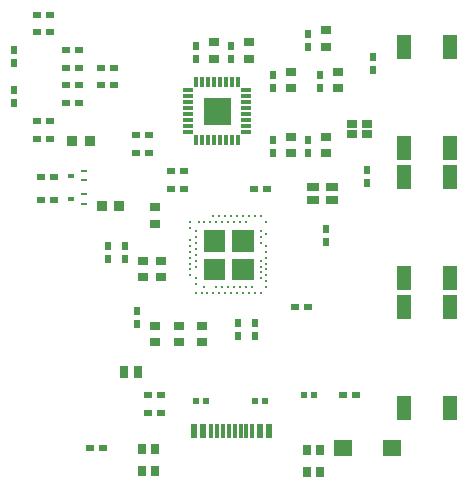
<source format=gbr>
%TF.GenerationSoftware,KiCad,Pcbnew,9.0.3*%
%TF.CreationDate,2025-07-18T22:25:21-07:00*%
%TF.ProjectId,kikard,6b696b61-7264-42e6-9b69-6361645f7063,rev?*%
%TF.SameCoordinates,Original*%
%TF.FileFunction,Paste,Top*%
%TF.FilePolarity,Positive*%
%FSLAX46Y46*%
G04 Gerber Fmt 4.6, Leading zero omitted, Abs format (unit mm)*
G04 Created by KiCad (PCBNEW 9.0.3) date 2025-07-18 22:25:21*
%MOMM*%
%LPD*%
G01*
G04 APERTURE LIST*
G04 Aperture macros list*
%AMRoundRect*
0 Rectangle with rounded corners*
0 $1 Rounding radius*
0 $2 $3 $4 $5 $6 $7 $8 $9 X,Y pos of 4 corners*
0 Add a 4 corners polygon primitive as box body*
4,1,4,$2,$3,$4,$5,$6,$7,$8,$9,$2,$3,0*
0 Add four circle primitives for the rounded corners*
1,1,$1+$1,$2,$3*
1,1,$1+$1,$4,$5*
1,1,$1+$1,$6,$7*
1,1,$1+$1,$8,$9*
0 Add four rect primitives between the rounded corners*
20,1,$1+$1,$2,$3,$4,$5,0*
20,1,$1+$1,$4,$5,$6,$7,0*
20,1,$1+$1,$6,$7,$8,$9,0*
20,1,$1+$1,$8,$9,$2,$3,0*%
G04 Aperture macros list end*
%ADD10C,0.010000*%
%ADD11R,0.540000X0.790000*%
%ADD12R,0.790000X0.540000*%
%ADD13R,0.900000X0.800000*%
%ADD14R,0.810000X0.860000*%
%ADD15R,0.490000X0.290000*%
%ADD16R,0.490000X0.430000*%
%ADD17R,1.100000X0.800000*%
%ADD18R,0.570000X0.540000*%
%ADD19RoundRect,0.032500X0.387500X0.097500X-0.387500X0.097500X-0.387500X-0.097500X0.387500X-0.097500X0*%
%ADD20RoundRect,0.032500X0.097500X0.387500X-0.097500X0.387500X-0.097500X-0.387500X0.097500X-0.387500X0*%
%ADD21R,0.700000X0.900000*%
%ADD22R,0.860000X0.800000*%
%ADD23R,1.530000X1.360000*%
%ADD24R,1.200000X2.000000*%
%ADD25R,0.800000X1.000000*%
%ADD26R,0.850000X0.700000*%
%ADD27R,0.600000X1.150000*%
%ADD28R,0.300000X1.150000*%
%ADD29C,0.275000*%
G04 APERTURE END LIST*
D10*
%TO.C,U2*%
X219860000Y-116545000D02*
X217640000Y-116545000D01*
X217640000Y-114325000D01*
X219860000Y-114325000D01*
X219860000Y-116545000D01*
G36*
X219860000Y-116545000D02*
G01*
X217640000Y-116545000D01*
X217640000Y-114325000D01*
X219860000Y-114325000D01*
X219860000Y-116545000D01*
G37*
%TO.C,U1*%
X219345000Y-127245000D02*
X217625000Y-127245000D01*
X217625000Y-125525000D01*
X219345000Y-125525000D01*
X219345000Y-127245000D01*
G36*
X219345000Y-127245000D02*
G01*
X217625000Y-127245000D01*
X217625000Y-125525000D01*
X219345000Y-125525000D01*
X219345000Y-127245000D01*
G37*
X219345000Y-129675000D02*
X217625000Y-129675000D01*
X217625000Y-127955000D01*
X219345000Y-127955000D01*
X219345000Y-129675000D01*
G36*
X219345000Y-129675000D02*
G01*
X217625000Y-129675000D01*
X217625000Y-127955000D01*
X219345000Y-127955000D01*
X219345000Y-129675000D01*
G37*
X221775000Y-127245000D02*
X220055000Y-127245000D01*
X220055000Y-125525000D01*
X221775000Y-125525000D01*
X221775000Y-127245000D01*
G36*
X221775000Y-127245000D02*
G01*
X220055000Y-127245000D01*
X220055000Y-125525000D01*
X221775000Y-125525000D01*
X221775000Y-127245000D01*
G37*
X221775000Y-129675000D02*
X220055000Y-129675000D01*
X220055000Y-127955000D01*
X221775000Y-127955000D01*
X221775000Y-129675000D01*
G36*
X221775000Y-129675000D02*
G01*
X220055000Y-129675000D01*
X220055000Y-127955000D01*
X221775000Y-127955000D01*
X221775000Y-129675000D01*
G37*
%TD*%
D11*
%TO.C,C31*%
X220500000Y-134500000D03*
X220500000Y-133400000D03*
%TD*%
D12*
%TO.C,C10*%
X211900000Y-117500000D03*
X213000000Y-117500000D03*
%TD*%
D13*
%TO.C,C3*%
X217500000Y-133600000D03*
X217500000Y-135000000D03*
%TD*%
D12*
%TO.C,C35*%
X203500000Y-117780000D03*
X204600000Y-117780000D03*
%TD*%
D14*
%TO.C,R4*%
X209000000Y-123500000D03*
X210500000Y-123500000D03*
%TD*%
D13*
%TO.C,C17*%
X229000000Y-112100000D03*
X229000000Y-113500000D03*
%TD*%
D15*
%TO.C,Q2*%
X207500000Y-123300000D03*
X207500000Y-122500000D03*
D16*
X206440000Y-122900000D03*
%TD*%
D12*
%TO.C,L5*%
X208900000Y-111750000D03*
X210000000Y-111750000D03*
%TD*%
%TO.C,C34*%
X214900000Y-122000000D03*
X216000000Y-122000000D03*
%TD*%
D11*
%TO.C,C18*%
X226500000Y-119000000D03*
X226500000Y-117900000D03*
%TD*%
%TO.C,C27*%
X211000000Y-126900000D03*
X211000000Y-128000000D03*
%TD*%
%TO.C,C12*%
X217000000Y-109900000D03*
X217000000Y-111000000D03*
%TD*%
D17*
%TO.C,Y2*%
X226900000Y-123010000D03*
X228500000Y-123000000D03*
X228500000Y-121850000D03*
X226900000Y-121860000D03*
%TD*%
D12*
%TO.C,C36*%
X204600000Y-116280000D03*
X203500000Y-116280000D03*
%TD*%
D18*
%TO.C,R5*%
X226140000Y-139500000D03*
X227000000Y-139500000D03*
%TD*%
D12*
%TO.C,C28*%
X216000000Y-120500000D03*
X214900000Y-120500000D03*
%TD*%
%TO.C,C25*%
X214000000Y-139500000D03*
X212900000Y-139500000D03*
%TD*%
D19*
%TO.C,U2*%
X221185000Y-117185000D03*
X221185000Y-116685000D03*
X221185000Y-116185000D03*
X221185000Y-115685000D03*
X221185000Y-115185000D03*
X221185000Y-114685000D03*
X221185000Y-114185000D03*
X221185000Y-113685000D03*
D20*
X220500000Y-113000000D03*
X220000000Y-113000000D03*
X219500000Y-113000000D03*
X219000000Y-113000000D03*
X218500000Y-113000000D03*
X218000000Y-113000000D03*
X217500000Y-113000000D03*
X217000000Y-113000000D03*
D19*
X216315000Y-113685000D03*
X216315000Y-114185000D03*
X216315000Y-114685000D03*
X216315000Y-115185000D03*
X216315000Y-115685000D03*
X216315000Y-116185000D03*
X216315000Y-116685000D03*
X216315000Y-117185000D03*
D20*
X217000000Y-117870000D03*
X217500000Y-117870000D03*
X218000000Y-117870000D03*
X218500000Y-117870000D03*
X219000000Y-117870000D03*
X219500000Y-117870000D03*
X220000000Y-117870000D03*
X220500000Y-117870000D03*
%TD*%
D11*
%TO.C,C16*%
X227500000Y-112400000D03*
X227500000Y-113500000D03*
%TD*%
D21*
%TO.C,LED1*%
X212450000Y-145920000D03*
X213550000Y-145920000D03*
X213550000Y-144080000D03*
X212450000Y-144080000D03*
%TD*%
D11*
%TO.C,C8*%
X219950000Y-109900000D03*
X219950000Y-111000000D03*
%TD*%
D22*
%TO.C,L2*%
X212500000Y-129500000D03*
X212500000Y-128100000D03*
%TD*%
D11*
%TO.C,C26*%
X209500000Y-126900000D03*
X209500000Y-128000000D03*
%TD*%
D12*
%TO.C,C44*%
X204600000Y-107280000D03*
X203500000Y-107280000D03*
%TD*%
D21*
%TO.C,LED2*%
X226400000Y-146000000D03*
X227500000Y-146000000D03*
X227500000Y-144160000D03*
X226400000Y-144160000D03*
%TD*%
D12*
%TO.C,C24*%
X214000000Y-141000000D03*
X212900000Y-141000000D03*
%TD*%
%TO.C,C33*%
X226500000Y-132000000D03*
X225400000Y-132000000D03*
%TD*%
%TO.C,C37*%
X206000000Y-114780000D03*
X207100000Y-114780000D03*
%TD*%
D23*
%TO.C,SW4*%
X229460000Y-144000000D03*
X233540000Y-144000000D03*
%TD*%
D12*
%TO.C,C22*%
X223000000Y-122000000D03*
X221900000Y-122000000D03*
%TD*%
D11*
%TO.C,C4*%
X223500000Y-112400000D03*
X223500000Y-113500000D03*
%TD*%
D24*
%TO.C,SW2*%
X234550000Y-129600000D03*
X234550000Y-121000000D03*
X238450000Y-129600000D03*
X238450000Y-121000000D03*
%TD*%
D18*
%TO.C,R2*%
X222000000Y-140000000D03*
X222860000Y-140000000D03*
%TD*%
D11*
%TO.C,C14*%
X226500000Y-108900000D03*
X226500000Y-110000000D03*
%TD*%
D25*
%TO.C,Y3*%
X212100000Y-137500000D03*
X210900000Y-137500000D03*
%TD*%
D24*
%TO.C,SW1*%
X234550000Y-140600000D03*
X234550000Y-132000000D03*
X238450000Y-140600000D03*
X238450000Y-132000000D03*
%TD*%
D22*
%TO.C,L1*%
X214000000Y-128100000D03*
X214000000Y-129500000D03*
%TD*%
D18*
%TO.C,R1*%
X217860000Y-140000000D03*
X217000000Y-140000000D03*
%TD*%
D13*
%TO.C,C15*%
X228000000Y-108600000D03*
X228000000Y-110000000D03*
%TD*%
D26*
%TO.C,Y1*%
X230200000Y-117400000D03*
X231500000Y-117400000D03*
X231500000Y-116500000D03*
X230200000Y-116500000D03*
%TD*%
D27*
%TO.C,USB1*%
X216800000Y-142545000D03*
X217600000Y-142545000D03*
D28*
X218750000Y-142545000D03*
X219750000Y-142545000D03*
X220250000Y-142545000D03*
X221250000Y-142545000D03*
D27*
X223200000Y-142545000D03*
X222400000Y-142545000D03*
D28*
X221750000Y-142545000D03*
X220750000Y-142545000D03*
X219250000Y-142545000D03*
X218250000Y-142545000D03*
%TD*%
D12*
%TO.C,L4*%
X208900000Y-113250000D03*
X210000000Y-113250000D03*
%TD*%
D13*
%TO.C,C32*%
X213500000Y-123600000D03*
X213500000Y-125000000D03*
%TD*%
D11*
%TO.C,C29*%
X212000000Y-132400000D03*
X212000000Y-133500000D03*
%TD*%
%TO.C,C21*%
X232000000Y-110900000D03*
X232000000Y-112000000D03*
%TD*%
D12*
%TO.C,C38*%
X206000000Y-113250000D03*
X207100000Y-113250000D03*
%TD*%
%TO.C,C47*%
X229450000Y-139500000D03*
X230550000Y-139500000D03*
%TD*%
D24*
%TO.C,SW3*%
X234550000Y-118600000D03*
X234550000Y-110000000D03*
X238450000Y-118600000D03*
X238450000Y-110000000D03*
%TD*%
D15*
%TO.C,Q1*%
X207500000Y-121300000D03*
X207500000Y-120500000D03*
D16*
X206440000Y-120900000D03*
%TD*%
D12*
%TO.C,C46*%
X203900000Y-123000000D03*
X205000000Y-123000000D03*
%TD*%
D13*
%TO.C,C13*%
X218500000Y-109600000D03*
X218500000Y-111000000D03*
%TD*%
D11*
%TO.C,C30*%
X222000000Y-134500000D03*
X222000000Y-133400000D03*
%TD*%
D13*
%TO.C,C1*%
X213500000Y-135000000D03*
X213500000Y-133600000D03*
%TD*%
D12*
%TO.C,C11*%
X211900000Y-119000000D03*
X213000000Y-119000000D03*
%TD*%
D13*
%TO.C,C19*%
X228000000Y-119000000D03*
X228000000Y-117600000D03*
%TD*%
D14*
%TO.C,R3*%
X206500000Y-118000000D03*
X208000000Y-118000000D03*
%TD*%
D11*
%TO.C,C42*%
X201600000Y-110230000D03*
X201600000Y-111330000D03*
%TD*%
D13*
%TO.C,C5*%
X225000000Y-112100000D03*
X225000000Y-113500000D03*
%TD*%
D12*
%TO.C,L3*%
X208020000Y-144000000D03*
X209120000Y-144000000D03*
%TD*%
D11*
%TO.C,C39*%
X201600000Y-113680000D03*
X201600000Y-114780000D03*
%TD*%
D12*
%TO.C,C45*%
X203900000Y-121000000D03*
X205000000Y-121000000D03*
%TD*%
%TO.C,C43*%
X204600000Y-108780000D03*
X203500000Y-108780000D03*
%TD*%
D11*
%TO.C,C6*%
X223500000Y-119000000D03*
X223500000Y-117900000D03*
%TD*%
D13*
%TO.C,C7*%
X225000000Y-119000000D03*
X225000000Y-117600000D03*
%TD*%
%TO.C,C2*%
X215500000Y-135000000D03*
X215500000Y-133600000D03*
%TD*%
D11*
%TO.C,C20*%
X231500000Y-121500000D03*
X231500000Y-120400000D03*
%TD*%
D13*
%TO.C,C9*%
X221500000Y-109600000D03*
X221500000Y-111000000D03*
%TD*%
D12*
%TO.C,C40*%
X207100000Y-111750000D03*
X206000000Y-111750000D03*
%TD*%
D11*
%TO.C,C23*%
X228000000Y-125450000D03*
X228000000Y-126550000D03*
%TD*%
D12*
%TO.C,C41*%
X206000000Y-110280000D03*
X207100000Y-110280000D03*
%TD*%
D29*
%TO.C,U1*%
X218450000Y-124350000D03*
X218950000Y-124350000D03*
X219450000Y-124350000D03*
X219950000Y-124350000D03*
X220450000Y-124350000D03*
X220950000Y-124350000D03*
X221450000Y-124350000D03*
X221950000Y-124350000D03*
X222450000Y-124350000D03*
X222950000Y-129850000D03*
X216950000Y-130100000D03*
X217700000Y-130350000D03*
X218700000Y-130350000D03*
X219200000Y-130350000D03*
X219700000Y-130350000D03*
X220200000Y-130350000D03*
X220700000Y-130350000D03*
X221200000Y-130350000D03*
X221700000Y-130350000D03*
X222950000Y-130350000D03*
X216950000Y-130850000D03*
X217450000Y-130850000D03*
X217950000Y-130850000D03*
X218450000Y-130850000D03*
X218950000Y-130850000D03*
X219450000Y-130850000D03*
X219950000Y-130850000D03*
X220450000Y-130850000D03*
X220950000Y-130850000D03*
X221450000Y-130850000D03*
X221950000Y-130850000D03*
X222450000Y-130850000D03*
X216450000Y-124850000D03*
X217200000Y-124850000D03*
X217700000Y-124850000D03*
X218200000Y-124850000D03*
X218700000Y-124850000D03*
X219200000Y-124850000D03*
X219700000Y-124850000D03*
X220200000Y-124850000D03*
X220700000Y-124850000D03*
X221200000Y-124850000D03*
X222950000Y-124850000D03*
X216450000Y-125350000D03*
X216950000Y-125600000D03*
X222450000Y-125600000D03*
X222950000Y-125850000D03*
X216950000Y-126100000D03*
X222450000Y-126100000D03*
X216450000Y-126350000D03*
X216950000Y-126600000D03*
X222450000Y-126600000D03*
X216450000Y-126850000D03*
X222950000Y-126850000D03*
X216950000Y-127100000D03*
X216450000Y-127350000D03*
X222950000Y-127350000D03*
X216950000Y-127600000D03*
X216450000Y-127850000D03*
X222950000Y-127850000D03*
X216950000Y-128100000D03*
X222450000Y-128100000D03*
X216450000Y-128350000D03*
X222950000Y-128350000D03*
X216950000Y-128600000D03*
X222450000Y-128600000D03*
X216450000Y-128850000D03*
X222950000Y-128850000D03*
X222450000Y-129100000D03*
X216450000Y-129350000D03*
X222950000Y-129350000D03*
X216950000Y-129600000D03*
X222450000Y-129600000D03*
%TD*%
M02*

</source>
